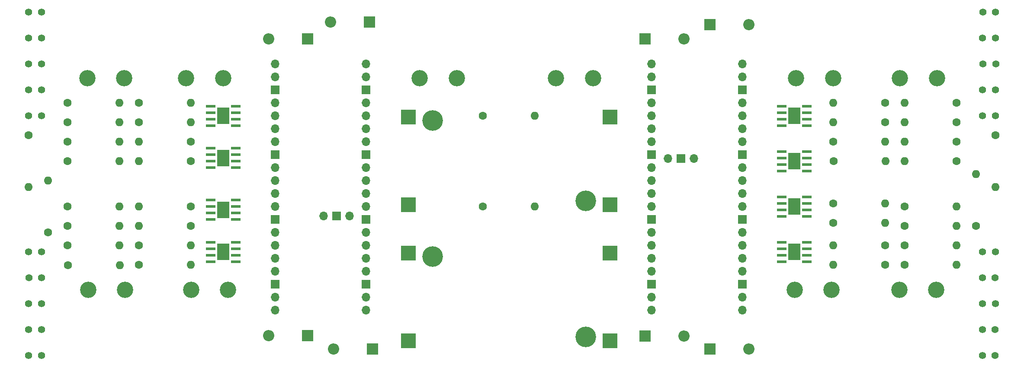
<source format=gts>
%TF.GenerationSoftware,KiCad,Pcbnew,8.0.0*%
%TF.CreationDate,2024-03-12T20:28:27+02:00*%
%TF.ProjectId,fake-platka,66616b65-2d70-46c6-9174-6b612e6b6963,rev?*%
%TF.SameCoordinates,Original*%
%TF.FileFunction,Soldermask,Top*%
%TF.FilePolarity,Negative*%
%FSLAX46Y46*%
G04 Gerber Fmt 4.6, Leading zero omitted, Abs format (unit mm)*
G04 Created by KiCad (PCBNEW 8.0.0) date 2024-03-12 20:28:27*
%MOMM*%
%LPD*%
G01*
G04 APERTURE LIST*
%ADD10R,2.200000X2.200000*%
%ADD11O,2.200000X2.200000*%
%ADD12C,1.397000*%
%ADD13C,1.600000*%
%ADD14O,1.600000X1.600000*%
%ADD15C,3.200400*%
%ADD16O,1.700000X1.700000*%
%ADD17R,1.700000X1.700000*%
%ADD18R,1.981200X0.533400*%
%ADD19R,2.387600X3.200400*%
%ADD20C,4.048000*%
%ADD21R,3.000000X3.000000*%
G04 APERTURE END LIST*
D10*
%TO.C,D5*%
X191604900Y-74949900D03*
D11*
X199224900Y-74949900D03*
%TD*%
D12*
%TO.C,J12*%
X58254900Y-129719900D03*
X60754900Y-129719900D03*
%TD*%
D13*
%TO.C,R21*%
X247484900Y-96699900D03*
D14*
X247484900Y-106859900D03*
%TD*%
D15*
%TO.C,J21*%
X236010000Y-85487899D03*
X228809999Y-85487899D03*
%TD*%
D16*
%TO.C,U3*%
X106514900Y-82729900D03*
X106514900Y-85269900D03*
D17*
X106514900Y-87809900D03*
D16*
X106514900Y-90349900D03*
X106514900Y-92889900D03*
X106514900Y-95429900D03*
X106514900Y-97969900D03*
D17*
X106514900Y-100509900D03*
D16*
X106514900Y-103049900D03*
X106514900Y-105589900D03*
X106514900Y-108129900D03*
X106514900Y-110669900D03*
D17*
X106514900Y-113209900D03*
D16*
X106514900Y-115749900D03*
X106514900Y-118289900D03*
X106514900Y-120829900D03*
X106514900Y-123369900D03*
D17*
X106514900Y-125909900D03*
D16*
X106514900Y-128449900D03*
X106514900Y-130989900D03*
X124294900Y-130989900D03*
X124294900Y-128449900D03*
D17*
X124294900Y-125909900D03*
D16*
X124294900Y-123369900D03*
X124294900Y-120829900D03*
X124294900Y-118289900D03*
X124294900Y-115749900D03*
D17*
X124294900Y-113209900D03*
D16*
X124294900Y-110669900D03*
X124294900Y-108129900D03*
X124294900Y-105589900D03*
X124294900Y-103049900D03*
D17*
X124294900Y-100509900D03*
D16*
X124294900Y-97969900D03*
X124294900Y-95429900D03*
X124294900Y-92889900D03*
X124294900Y-90349900D03*
D17*
X124294900Y-87809900D03*
D16*
X124294900Y-85269900D03*
X124294900Y-82729900D03*
X115989000Y-112459900D03*
D17*
X118529000Y-112459900D03*
D16*
X121069000Y-112459900D03*
%TD*%
D12*
%TO.C,J5*%
X58254900Y-82729900D03*
X60754900Y-82729900D03*
%TD*%
D18*
%TO.C,U12*%
X205651100Y-117654900D03*
X205651100Y-118924900D03*
X205651100Y-120194900D03*
X205651100Y-121464900D03*
X210578700Y-121464900D03*
X210578700Y-120194900D03*
X210578700Y-118924900D03*
X210578700Y-117654900D03*
D19*
X208114900Y-119559900D03*
%TD*%
D13*
%TO.C,R16*%
X90004900Y-114479900D03*
D14*
X79844900Y-114479900D03*
%TD*%
D13*
%TO.C,R27*%
X215819900Y-101739900D03*
D14*
X225979900Y-101739900D03*
%TD*%
D12*
%TO.C,J19*%
X247524900Y-82729900D03*
X245024900Y-82729900D03*
%TD*%
D15*
%TO.C,J7*%
X76950000Y-85487899D03*
X69749999Y-85487899D03*
%TD*%
D13*
%TO.C,R29*%
X239864900Y-90349900D03*
D14*
X229704900Y-90349900D03*
%TD*%
D13*
%TO.C,R4*%
X65874900Y-101779900D03*
D14*
X76034900Y-101779900D03*
%TD*%
D13*
%TO.C,R7*%
X90004900Y-101779900D03*
D14*
X79844900Y-101779900D03*
%TD*%
D13*
%TO.C,R33*%
X229704900Y-118289900D03*
D14*
X239864900Y-118289900D03*
%TD*%
D13*
%TO.C,R8*%
X79844900Y-94159900D03*
D14*
X90004900Y-94159900D03*
%TD*%
D15*
%TO.C,J2*%
X142030000Y-85487899D03*
X134829999Y-85487899D03*
%TD*%
D13*
%TO.C,R18*%
X90004900Y-110669900D03*
D14*
X79844900Y-110669900D03*
%TD*%
D12*
%TO.C,J9*%
X58254900Y-72569900D03*
X60754900Y-72569900D03*
%TD*%
D10*
%TO.C,D1*%
X112864900Y-77809900D03*
D11*
X105244900Y-77809900D03*
%TD*%
D15*
%TO.C,J22*%
X215690000Y-85487899D03*
X208489999Y-85487899D03*
%TD*%
D10*
%TO.C,D2*%
X124929900Y-74474900D03*
D11*
X117309900Y-74474900D03*
%TD*%
D12*
%TO.C,J27*%
X244904900Y-134799900D03*
X247404900Y-134799900D03*
%TD*%
D10*
%TO.C,D3*%
X112864900Y-135909900D03*
D11*
X105244900Y-135909900D03*
%TD*%
D12*
%TO.C,J16*%
X58254900Y-139879900D03*
X60754900Y-139879900D03*
%TD*%
D18*
%TO.C,U11*%
X205651100Y-108764900D03*
X205651100Y-110034900D03*
X205651100Y-111304900D03*
X205651100Y-112574900D03*
X210578700Y-112574900D03*
X210578700Y-111304900D03*
X210578700Y-110034900D03*
X210578700Y-108764900D03*
D19*
X208114900Y-110669900D03*
%TD*%
D13*
%TO.C,R38*%
X229704900Y-122099900D03*
D14*
X239864900Y-122099900D03*
%TD*%
D18*
%TO.C,U5*%
X98818700Y-103049900D03*
X98818700Y-101779900D03*
X98818700Y-100509900D03*
X98818700Y-99239900D03*
X93891100Y-99239900D03*
X93891100Y-100509900D03*
X93891100Y-101779900D03*
X93891100Y-103049900D03*
D19*
X96354900Y-101144900D03*
%TD*%
D13*
%TO.C,R13*%
X65874900Y-110669900D03*
D14*
X76034900Y-110669900D03*
%TD*%
D16*
%TO.C,U4*%
X197954900Y-130989900D03*
X197954900Y-128449900D03*
D17*
X197954900Y-125909900D03*
D16*
X197954900Y-123369900D03*
X197954900Y-120829900D03*
X197954900Y-118289900D03*
X197954900Y-115749900D03*
D17*
X197954900Y-113209900D03*
D16*
X197954900Y-110669900D03*
X197954900Y-108129900D03*
X197954900Y-105589900D03*
X197954900Y-103049900D03*
D17*
X197954900Y-100509900D03*
D16*
X197954900Y-97969900D03*
X197954900Y-95429900D03*
X197954900Y-92889900D03*
X197954900Y-90349900D03*
D17*
X197954900Y-87809900D03*
D16*
X197954900Y-85269900D03*
X197954900Y-82729900D03*
X180174900Y-82729900D03*
X180174900Y-85269900D03*
D17*
X180174900Y-87809900D03*
D16*
X180174900Y-90349900D03*
X180174900Y-92889900D03*
X180174900Y-95429900D03*
X180174900Y-97969900D03*
D17*
X180174900Y-100509900D03*
D16*
X180174900Y-103049900D03*
X180174900Y-105589900D03*
X180174900Y-108129900D03*
X180174900Y-110669900D03*
D17*
X180174900Y-113209900D03*
D16*
X180174900Y-115749900D03*
X180174900Y-118289900D03*
X180174900Y-120829900D03*
X180174900Y-123369900D03*
D17*
X180174900Y-125909900D03*
D16*
X180174900Y-128449900D03*
X180174900Y-130989900D03*
X188480800Y-101259900D03*
D17*
X185940800Y-101259900D03*
D16*
X183400800Y-101259900D03*
%TD*%
D10*
%TO.C,D4*%
X125564900Y-138609900D03*
D11*
X117944900Y-138609900D03*
%TD*%
D13*
%TO.C,R12*%
X62064900Y-115749900D03*
D14*
X62064900Y-105589900D03*
%TD*%
D13*
%TO.C,R1*%
X147154900Y-92889900D03*
D14*
X157314900Y-92889900D03*
%TD*%
D18*
%TO.C,U9*%
X205651100Y-99874900D03*
X205651100Y-101144900D03*
X205651100Y-102414900D03*
X205651100Y-103684900D03*
X210578700Y-103684900D03*
X210578700Y-102414900D03*
X210578700Y-101144900D03*
X210578700Y-99874900D03*
D19*
X208114900Y-101779900D03*
%TD*%
D20*
%TO.C,U2*%
X137343900Y-120480900D03*
X167315900Y-136228900D03*
D21*
X132581400Y-119782400D03*
X132581400Y-136927400D03*
X172078400Y-119782400D03*
X172078400Y-136927400D03*
%TD*%
D18*
%TO.C,U7*%
X98818700Y-113209900D03*
X98818700Y-111939900D03*
X98818700Y-110669900D03*
X98818700Y-109399900D03*
X93891100Y-109399900D03*
X93891100Y-110669900D03*
X93891100Y-111939900D03*
X93891100Y-113209900D03*
D19*
X96354900Y-111304900D03*
%TD*%
D13*
%TO.C,R10*%
X79844900Y-90349900D03*
D14*
X90004900Y-90349900D03*
%TD*%
D13*
%TO.C,R22*%
X239864900Y-101779900D03*
D14*
X229704900Y-101779900D03*
%TD*%
D13*
%TO.C,R34*%
X215734900Y-110034900D03*
D14*
X225894900Y-110034900D03*
%TD*%
D12*
%TO.C,J10*%
X58254900Y-119549900D03*
X60754900Y-119549900D03*
%TD*%
D13*
%TO.C,R6*%
X65874900Y-94159900D03*
D14*
X76034900Y-94159900D03*
%TD*%
D13*
%TO.C,R24*%
X239864900Y-94159900D03*
D14*
X229704900Y-94159900D03*
%TD*%
D13*
%TO.C,R17*%
X79844900Y-118289900D03*
D14*
X90004900Y-118289900D03*
%TD*%
D13*
%TO.C,R31*%
X229704900Y-110669900D03*
D14*
X239864900Y-110669900D03*
%TD*%
D12*
%TO.C,J25*%
X244904900Y-124639900D03*
X247404900Y-124639900D03*
%TD*%
D13*
%TO.C,R25*%
X215734900Y-97969900D03*
D14*
X225894900Y-97969900D03*
%TD*%
D13*
%TO.C,R20*%
X65919800Y-122175901D03*
D14*
X76079800Y-122175901D03*
%TD*%
D13*
%TO.C,R26*%
X225894900Y-94159900D03*
D14*
X215734900Y-94159900D03*
%TD*%
D13*
%TO.C,R14*%
X65874900Y-114479900D03*
D14*
X76034900Y-114479900D03*
%TD*%
D15*
%TO.C,J8*%
X96310000Y-85487899D03*
X89109999Y-85487899D03*
%TD*%
D10*
%TO.C,D6*%
X178904900Y-77809900D03*
D11*
X186524900Y-77809900D03*
%TD*%
D13*
%TO.C,R19*%
X79844900Y-122099900D03*
D14*
X90004900Y-122099900D03*
%TD*%
D12*
%TO.C,J23*%
X247484900Y-72569900D03*
X244984900Y-72569900D03*
%TD*%
%TO.C,J6*%
X58254900Y-77649900D03*
X60754900Y-77649900D03*
%TD*%
D13*
%TO.C,R35*%
X225894900Y-122099900D03*
D14*
X215734900Y-122099900D03*
%TD*%
D12*
%TO.C,J3*%
X58254900Y-92889900D03*
X60754900Y-92889900D03*
%TD*%
D13*
%TO.C,R2*%
X147154900Y-110669900D03*
D14*
X157314900Y-110669900D03*
%TD*%
D13*
%TO.C,R11*%
X65874900Y-90349900D03*
D14*
X76034900Y-90349900D03*
%TD*%
D15*
%TO.C,J29*%
X208159800Y-126961901D03*
X215359801Y-126961901D03*
%TD*%
D12*
%TO.C,J17*%
X247444900Y-92889900D03*
X244944900Y-92889900D03*
%TD*%
%TO.C,J20*%
X247444900Y-77649900D03*
X244944900Y-77649900D03*
%TD*%
D20*
%TO.C,U1*%
X137343900Y-93810900D03*
X167315900Y-109558900D03*
D21*
X132581400Y-93112400D03*
X132581400Y-110257400D03*
X172078400Y-93112400D03*
X172078400Y-110257400D03*
%TD*%
D18*
%TO.C,U8*%
X98818700Y-121464900D03*
X98818700Y-120194900D03*
X98818700Y-118924900D03*
X98818700Y-117654900D03*
X93891100Y-117654900D03*
X93891100Y-118924900D03*
X93891100Y-120194900D03*
X93891100Y-121464900D03*
D19*
X96354900Y-119559900D03*
%TD*%
D15*
%TO.C,J14*%
X69894900Y-126961901D03*
X77094901Y-126961901D03*
%TD*%
D12*
%TO.C,J11*%
X58294900Y-124639900D03*
X60794900Y-124639900D03*
%TD*%
D13*
%TO.C,R37*%
X225894900Y-118269900D03*
D14*
X215734900Y-118269900D03*
%TD*%
D13*
%TO.C,R30*%
X243674900Y-114479900D03*
D14*
X243674900Y-104319900D03*
%TD*%
D13*
%TO.C,R23*%
X239864900Y-97969900D03*
D14*
X229704900Y-97969900D03*
%TD*%
D13*
%TO.C,R15*%
X65874900Y-118289900D03*
D14*
X76034900Y-118289900D03*
%TD*%
D12*
%TO.C,J4*%
X58254900Y-87809900D03*
X60754900Y-87809900D03*
%TD*%
D10*
%TO.C,D7*%
X191604900Y-138529900D03*
D11*
X199224900Y-138529900D03*
%TD*%
D15*
%TO.C,J15*%
X90049800Y-126961901D03*
X97249801Y-126961901D03*
%TD*%
D10*
%TO.C,D8*%
X178904900Y-135989900D03*
D11*
X186524900Y-135989900D03*
%TD*%
D13*
%TO.C,R9*%
X90004900Y-97949900D03*
D14*
X79844900Y-97949900D03*
%TD*%
D12*
%TO.C,J30*%
X244904900Y-139879900D03*
X247404900Y-139879900D03*
%TD*%
%TO.C,J18*%
X247444900Y-87809900D03*
X244944900Y-87809900D03*
%TD*%
%TO.C,J13*%
X58254900Y-134799900D03*
X60754900Y-134799900D03*
%TD*%
D15*
%TO.C,J1*%
X168700000Y-85487899D03*
X161499999Y-85487899D03*
%TD*%
D13*
%TO.C,R36*%
X215734900Y-113864900D03*
D14*
X225894900Y-113864900D03*
%TD*%
D13*
%TO.C,R5*%
X65874900Y-97969900D03*
D14*
X76034900Y-97969900D03*
%TD*%
D13*
%TO.C,R3*%
X58234900Y-96699900D03*
D14*
X58234900Y-106859900D03*
%TD*%
D13*
%TO.C,R32*%
X229704900Y-114479900D03*
D14*
X239864900Y-114479900D03*
%TD*%
D18*
%TO.C,U6*%
X98818700Y-94794900D03*
X98818700Y-93524900D03*
X98818700Y-92254900D03*
X98818700Y-90984900D03*
X93891100Y-90984900D03*
X93891100Y-92254900D03*
X93891100Y-93524900D03*
X93891100Y-94794900D03*
D19*
X96354900Y-92889900D03*
%TD*%
D13*
%TO.C,R28*%
X225894900Y-90349900D03*
D14*
X215734900Y-90349900D03*
%TD*%
D12*
%TO.C,J26*%
X244944900Y-129719900D03*
X247444900Y-129719900D03*
%TD*%
%TO.C,J24*%
X244944900Y-119559900D03*
X247444900Y-119559900D03*
%TD*%
D18*
%TO.C,U10*%
X205651100Y-90984900D03*
X205651100Y-92254900D03*
X205651100Y-93524900D03*
X205651100Y-94794900D03*
X210578700Y-94794900D03*
X210578700Y-93524900D03*
X210578700Y-92254900D03*
X210578700Y-90984900D03*
D19*
X208114900Y-92889900D03*
%TD*%
D15*
%TO.C,J28*%
X228644900Y-126961901D03*
X235844901Y-126961901D03*
%TD*%
M02*

</source>
